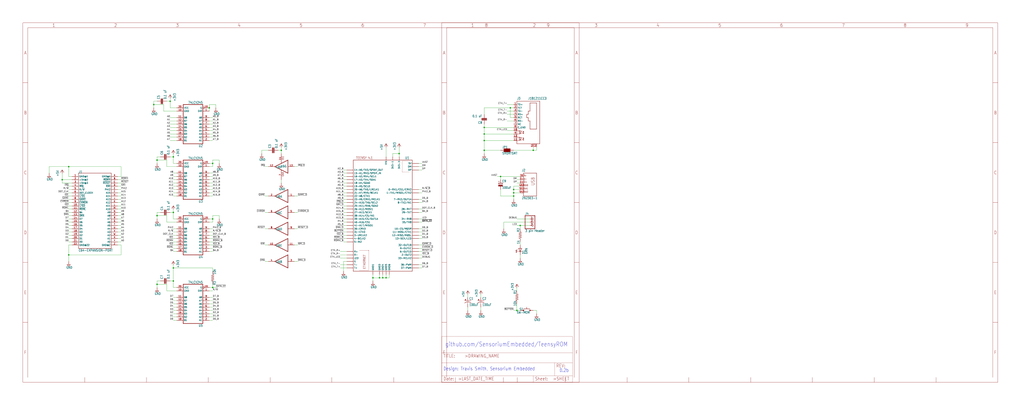
<source format=kicad_sch>
(kicad_sch (version 20211123) (generator eeschema)
  (paper "User" 795.02 317.906)
  (junction (at 218.44 116.84))
  (junction (at 134.62 165.1))
  (junction (at 398.78 152.4))
  (junction (at 297.18 215.9))
  (junction (at 165.1 127))
  (junction (at 289.56 215.9))
  (junction (at 309.88 119.38))
  (junction (at 121.92 124.46))
  (junction (at 375.92 99.06))
  (junction (at 134.62 208.28))
  (junction (at 403.86 175.26))
  (junction (at 48.26 139.7))
  (junction (at 121.92 167.64))
  (junction (at 121.92 220.98))
  (junction (at 132.08 78.74))
  (junction (at 388.62 137.16))
  (junction (at 375.92 109.22))
  (junction (at 134.62 218.44))
  (junction (at 134.62 121.92))
  (junction (at 398.78 149.86))
  (junction (at 401.32 241.3))
  (junction (at 162.56 83.82))
  (junction (at 396.24 83.82))
  (junction (at 165.1 170.18))
  (junction (at 119.38 81.28))
  (junction (at 299.72 215.9))
  (junction (at 414.02 116.84))
  (junction (at 375.92 116.84))
  (junction (at 53.34 129.54))
  (junction (at 398.78 147.32))
  (junction (at 165.1 223.52))
  (junction (at 294.64 215.9))
  (junction (at 375.92 104.14))
  (junction (at 53.34 198.12))
  (wire (pts (xy 134.62 127) (xy 134.62 121.92)))
  (wire (pts (xy 48.26 134.62) (xy 48.26 139.7)))
  (wire (pts (xy 129.54 172.72) (xy 129.54 167.64)))
  (wire (pts (xy 162.56 187.96) (xy 165.1 187.96)))
  (wire (pts (xy 162.56 139.7) (xy 165.1 139.7)))
  (wire (pts (xy 165.1 127) (xy 165.1 124.46)))
  (wire (pts (xy 162.56 193.04) (xy 165.1 193.04)))
  (wire (pts (xy 325.12 195.58) (xy 327.66 195.58)))
  (wire (pts (xy 137.16 193.04) (xy 134.62 193.04)))
  (wire (pts (xy 165.1 167.64) (xy 170.18 167.64)))
  (wire (pts (xy 294.64 213.36) (xy 294.64 215.9)))
  (wire (pts (xy 137.16 185.42) (xy 134.62 185.42)))
  (wire (pts (xy 398.78 86.36) (xy 393.7 86.36)))
  (wire (pts (xy 403.86 137.16) (xy 388.62 137.16)))
  (wire (pts (xy 55.88 182.88) (xy 53.34 182.88)))
  (wire (pts (xy 91.44 144.78) (xy 93.98 144.78)))
  (wire (pts (xy 162.56 223.52) (xy 165.1 223.52)))
  (wire (pts (xy 228.6 177.8) (xy 231.14 177.8)))
  (wire (pts (xy 398.78 93.98) (xy 393.7 93.98)))
  (wire (pts (xy 373.38 238.76) (xy 373.38 241.3)))
  (wire (pts (xy 162.56 248.92) (xy 165.1 248.92)))
  (wire (pts (xy 55.88 154.94) (xy 53.34 154.94)))
  (wire (pts (xy 91.44 154.94) (xy 93.98 154.94)))
  (wire (pts (xy 375.92 96.52) (xy 375.92 99.06)))
  (wire (pts (xy 91.44 182.88) (xy 93.98 182.88)))
  (wire (pts (xy 269.24 172.72) (xy 266.7 172.72)))
  (wire (pts (xy 403.86 200.66) (xy 403.86 198.12)))
  (wire (pts (xy 55.88 147.32) (xy 53.34 147.32)))
  (wire (pts (xy 403.86 190.5) (xy 403.86 187.96)))
  (wire (pts (xy 137.16 152.4) (xy 134.62 152.4)))
  (wire (pts (xy 325.12 177.8) (xy 327.66 177.8)))
  (wire (pts (xy 121.92 121.92) (xy 121.92 124.46)))
  (wire (pts (xy 208.28 190.5) (xy 205.74 190.5)))
  (wire (pts (xy 55.88 180.34) (xy 53.34 180.34)))
  (wire (pts (xy 121.92 167.64) (xy 121.92 170.18)))
  (wire (pts (xy 55.88 177.8) (xy 53.34 177.8)))
  (wire (pts (xy 299.72 121.92) (xy 299.72 114.3)))
  (wire (pts (xy 325.12 198.12) (xy 327.66 198.12)))
  (wire (pts (xy 403.86 149.86) (xy 398.78 149.86)))
  (wire (pts (xy 162.56 109.22) (xy 165.1 109.22)))
  (wire (pts (xy 289.56 215.9) (xy 289.56 213.36)))
  (wire (pts (xy 132.08 165.1) (xy 134.62 165.1)))
  (wire (pts (xy 416.56 241.3) (xy 414.02 241.3)))
  (wire (pts (xy 137.16 139.7) (xy 134.62 139.7)))
  (wire (pts (xy 170.18 124.46) (xy 170.18 127)))
  (wire (pts (xy 416.56 114.3) (xy 416.56 116.84)))
  (wire (pts (xy 55.88 185.42) (xy 53.34 185.42)))
  (wire (pts (xy 208.28 152.4) (xy 205.74 152.4)))
  (wire (pts (xy 269.24 180.34) (xy 266.7 180.34)))
  (wire (pts (xy 132.08 78.74) (xy 132.08 76.2)))
  (wire (pts (xy 137.16 170.18) (xy 134.62 170.18)))
  (wire (pts (xy 398.78 104.14) (xy 375.92 104.14)))
  (wire (pts (xy 325.12 132.08) (xy 327.66 132.08)))
  (wire (pts (xy 121.92 218.44) (xy 121.92 220.98)))
  (wire (pts (xy 162.56 182.88) (xy 165.1 182.88)))
  (wire (pts (xy 398.78 101.6) (xy 393.7 101.6)))
  (wire (pts (xy 403.86 175.26) (xy 401.32 175.26)))
  (wire (pts (xy 129.54 124.46) (xy 121.92 124.46)))
  (wire (pts (xy 127 86.36) (xy 127 81.28)))
  (wire (pts (xy 119.38 78.74) (xy 119.38 81.28)))
  (wire (pts (xy 129.54 226.06) (xy 129.54 220.98)))
  (wire (pts (xy 309.88 119.38) (xy 309.88 114.3)))
  (wire (pts (xy 269.24 154.94) (xy 266.7 154.94)))
  (wire (pts (xy 167.64 81.28) (xy 167.64 83.82)))
  (wire (pts (xy 53.34 203.2) (xy 53.34 198.12)))
  (wire (pts (xy 137.16 101.6) (xy 132.08 101.6)))
  (wire (pts (xy 165.1 208.28) (xy 134.62 208.28)))
  (wire (pts (xy 218.44 114.3) (xy 218.44 116.84)))
  (wire (pts (xy 93.98 198.12) (xy 53.34 198.12)))
  (wire (pts (xy 91.44 139.7) (xy 93.98 139.7)))
  (wire (pts (xy 162.56 104.14) (xy 165.1 104.14)))
  (wire (pts (xy 269.24 187.96) (xy 266.7 187.96)))
  (wire (pts (xy 137.16 236.22) (xy 134.62 236.22)))
  (wire (pts (xy 93.98 137.16) (xy 93.98 129.54)))
  (wire (pts (xy 132.08 218.44) (xy 134.62 218.44)))
  (wire (pts (xy 325.12 172.72) (xy 327.66 172.72)))
  (wire (pts (xy 269.24 139.7) (xy 266.7 139.7)))
  (wire (pts (xy 325.12 208.28) (xy 327.66 208.28)))
  (wire (pts (xy 302.26 213.36) (xy 302.26 215.9)))
  (wire (pts (xy 38.1 129.54) (xy 38.1 134.62)))
  (wire (pts (xy 137.16 243.84) (xy 134.62 243.84)))
  (wire (pts (xy 325.12 154.94) (xy 327.66 154.94)))
  (wire (pts (xy 269.24 137.16) (xy 266.7 137.16)))
  (wire (pts (xy 162.56 177.8) (xy 165.1 177.8)))
  (wire (pts (xy 411.48 170.18) (xy 401.32 170.18)))
  (wire (pts (xy 289.56 218.44) (xy 289.56 215.9)))
  (wire (pts (xy 269.24 160.02) (xy 266.7 160.02)))
  (wire (pts (xy 375.92 99.06) (xy 398.78 99.06)))
  (wire (pts (xy 91.44 137.16) (xy 93.98 137.16)))
  (wire (pts (xy 91.44 170.18) (xy 93.98 170.18)))
  (wire (pts (xy 162.56 243.84) (xy 165.1 243.84)))
  (wire (pts (xy 91.44 167.64) (xy 93.98 167.64)))
  (wire (pts (xy 375.92 83.82) (xy 375.92 88.9)))
  (wire (pts (xy 215.9 116.84) (xy 218.44 116.84)))
  (wire (pts (xy 162.56 106.68) (xy 165.1 106.68)))
  (wire (pts (xy 416.56 243.84) (xy 416.56 241.3)))
  (wire (pts (xy 121.92 220.98) (xy 121.92 223.52)))
  (wire (pts (xy 363.22 241.3) (xy 363.22 238.76)))
  (wire (pts (xy 137.16 248.92) (xy 134.62 248.92)))
  (wire (pts (xy 53.34 198.12) (xy 53.34 190.5)))
  (wire (pts (xy 398.78 152.4) (xy 398.78 149.86)))
  (wire (pts (xy 162.56 231.14) (xy 165.1 231.14)))
  (wire (pts (xy 162.56 134.62) (xy 165.1 134.62)))
  (wire (pts (xy 403.86 177.8) (xy 403.86 175.26)))
  (wire (pts (xy 134.62 165.1) (xy 134.62 162.56)))
  (wire (pts (xy 137.16 241.3) (xy 134.62 241.3)))
  (wire (pts (xy 269.24 205.74) (xy 264.16 205.74)))
  (wire (pts (xy 325.12 149.86) (xy 327.66 149.86)))
  (wire (pts (xy 162.56 86.36) (xy 162.56 83.82)))
  (wire (pts (xy 228.6 203.2) (xy 231.14 203.2)))
  (wire (pts (xy 124.46 165.1) (xy 121.92 165.1)))
  (wire (pts (xy 414.02 114.3) (xy 414.02 116.84)))
  (wire (pts (xy 129.54 220.98) (xy 121.92 220.98)))
  (wire (pts (xy 119.38 81.28) (xy 119.38 83.82)))
  (wire (pts (xy 137.16 104.14) (xy 132.08 104.14)))
  (wire (pts (xy 132.08 121.92) (xy 134.62 121.92)))
  (wire (pts (xy 137.16 187.96) (xy 134.62 187.96)))
  (wire (pts (xy 137.16 177.8) (xy 134.62 177.8)))
  (wire (pts (xy 121.92 124.46) (xy 121.92 127)))
  (wire (pts (xy 162.56 147.32) (xy 165.1 147.32)))
  (wire (pts (xy 91.44 185.42) (xy 93.98 185.42)))
  (wire (pts (xy 325.12 205.74) (xy 327.66 205.74)))
  (wire (pts (xy 208.28 177.8) (xy 205.74 177.8)))
  (wire (pts (xy 363.22 228.6) (xy 363.22 231.14)))
  (wire (pts (xy 137.16 231.14) (xy 134.62 231.14)))
  (wire (pts (xy 269.24 152.4) (xy 266.7 152.4)))
  (wire (pts (xy 55.88 162.56) (xy 53.34 162.56)))
  (wire (pts (xy 325.12 129.54) (xy 327.66 129.54)))
  (wire (pts (xy 299.72 213.36) (xy 299.72 215.9)))
  (wire (pts (xy 325.12 185.42) (xy 327.66 185.42)))
  (wire (pts (xy 388.62 152.4) (xy 398.78 152.4)))
  (wire (pts (xy 91.44 190.5) (xy 93.98 190.5)))
  (wire (pts (xy 137.16 172.72) (xy 129.54 172.72)))
  (wire (pts (xy 375.92 104.14) (xy 375.92 99.06)))
  (wire (pts (xy 266.7 210.82) (xy 266.7 203.2)))
  (wire (pts (xy 55.88 170.18) (xy 53.34 170.18)))
  (wire (pts (xy 137.16 195.58) (xy 134.62 195.58)))
  (wire (pts (xy 137.16 109.22) (xy 132.08 109.22)))
  (wire (pts (xy 162.56 236.22) (xy 165.1 236.22)))
  (wire (pts (xy 208.28 165.1) (xy 205.74 165.1)))
  (wire (pts (xy 165.1 172.72) (xy 165.1 170.18)))
  (wire (pts (xy 269.24 134.62) (xy 266.7 134.62)))
  (wire (pts (xy 327.66 170.18) (xy 325.12 170.18)))
  (wire (pts (xy 309.88 121.92) (xy 309.88 119.38)))
  (wire (pts (xy 129.54 167.64) (xy 121.92 167.64)))
  (wire (pts (xy 53.34 137.16) (xy 53.34 129.54)))
  (wire (pts (xy 93.98 190.5) (xy 93.98 198.12)))
  (wire (pts (xy 165.1 129.54) (xy 165.1 127)))
  (wire (pts (xy 398.78 147.32) (xy 398.78 144.78)))
  (wire (pts (xy 137.16 86.36) (xy 127 86.36)))
  (wire (pts (xy 203.2 116.84) (xy 203.2 119.38)))
  (wire (pts (xy 91.44 172.72) (xy 93.98 172.72)))
  (wire (pts (xy 55.88 144.78) (xy 53.34 144.78)))
  (wire (pts (xy 55.88 165.1) (xy 53.34 165.1)))
  (wire (pts (xy 269.24 198.12) (xy 264.16 198.12)))
  (wire (pts (xy 403.86 139.7) (xy 401.32 139.7)))
  (wire (pts (xy 137.16 223.52) (xy 134.62 223.52)))
  (wire (pts (xy 137.16 144.78) (xy 134.62 144.78)))
  (wire (pts (xy 55.88 157.48) (xy 53.34 157.48)))
  (wire (pts (xy 91.44 165.1) (xy 93.98 165.1)))
  (wire (pts (xy 228.6 190.5) (xy 231.14 190.5)))
  (wire (pts (xy 91.44 149.86) (xy 93.98 149.86)))
  (wire (pts (xy 396.24 91.44) (xy 396.24 83.82)))
  (wire (pts (xy 55.88 139.7) (xy 48.26 139.7)))
  (wire (pts (xy 325.12 157.48) (xy 327.66 157.48)))
  (wire (pts (xy 91.44 187.96) (xy 93.98 187.96)))
  (wire (pts (xy 269.24 175.26) (xy 266.7 175.26)))
  (wire (pts (xy 266.7 203.2) (xy 269.24 203.2)))
  (wire (pts (xy 398.78 81.28) (xy 393.7 81.28)))
  (wire (pts (xy 137.16 93.98) (xy 132.08 93.98)))
  (wire (pts (xy 132.08 83.82) (xy 132.08 78.74)))
  (wire (pts (xy 162.56 246.38) (xy 165.1 246.38)))
  (wire (pts (xy 375.92 119.38) (xy 375.92 116.84)))
  (wire (pts (xy 91.44 175.26) (xy 93.98 175.26)))
  (wire (pts (xy 91.44 157.48) (xy 93.98 157.48)))
  (wire (pts (xy 403.86 241.3) (xy 401.32 241.3)))
  (wire (pts (xy 165.1 210.82) (xy 165.1 208.28)))
  (wire (pts (xy 228.6 152.4) (xy 231.14 152.4)))
  (wire (pts (xy 416.56 116.84) (xy 414.02 116.84)))
  (wire (pts (xy 401.32 236.22) (xy 401.32 241.3)))
  (wire (pts (xy 121.92 165.1) (xy 121.92 167.64)))
  (wire (pts (xy 53.34 129.54) (xy 38.1 129.54)))
  (wire (pts (xy 398.78 91.44) (xy 396.24 91.44)))
  (wire (pts (xy 162.56 180.34) (xy 165.1 180.34)))
  (wire (pts (xy 269.24 149.86) (xy 266.7 149.86)))
  (wire (pts (xy 162.56 93.98) (xy 165.1 93.98)))
  (wire (pts (xy 137.16 142.24) (xy 134.62 142.24)))
  (wire (pts (xy 398.78 154.94) (xy 398.78 152.4)))
  (wire (pts (xy 48.26 139.7) (xy 48.26 142.24)))
  (wire (pts (xy 325.12 162.56) (xy 327.66 162.56)))
  (wire (pts (xy 269.24 142.24) (xy 266.7 142.24)))
  (wire (pts (xy 137.16 127) (xy 134.62 127)))
  (wire (pts (xy 391.16 177.8) (xy 391.16 172.72)))
  (wire (pts (xy 309.88 119.38) (xy 304.8 119.38)))
  (wire (pts (xy 325.12 193.04) (xy 327.66 193.04)))
  (wire (pts (xy 162.56 101.6) (xy 165.1 101.6)))
  (wire (pts (xy 137.16 149.86) (xy 134.62 149.86)))
  (wire (pts (xy 129.54 129.54) (xy 129.54 124.46)))
  (wire (pts (xy 269.24 182.88) (xy 266.7 182.88)))
  (wire (pts (xy 137.16 99.06) (xy 132.08 99.06)))
  (wire (pts (xy 134.62 208.28) (xy 134.62 205.74)))
  (wire (pts (xy 162.56 170.18) (xy 165.1 170.18)))
  (wire (pts (xy 269.24 185.42) (xy 266.7 185.42)))
  (wire (pts (xy 55.88 160.02) (xy 53.34 160.02)))
  (wire (pts (xy 55.88 187.96) (xy 53.34 187.96)))
  (wire (pts (xy 137.16 180.34) (xy 134.62 180.34)))
  (wire (pts (xy 162.56 129.54) (xy 165.1 129.54)))
  (wire (pts (xy 375.92 109.22) (xy 375.92 104.14)))
  (wire (pts (xy 124.46 218.44) (xy 121.92 218.44)))
  (wire (pts (xy 269.24 147.32) (xy 266.7 147.32)))
  (wire (pts (xy 269.24 195.58) (xy 264.16 195.58)))
  (wire (pts (xy 162.56 233.68) (xy 165.1 233.68)))
  (wire (pts (xy 218.44 142.24) (xy 218.44 139.7)))
  (wire (pts (xy 269.24 177.8) (xy 266.7 177.8)))
  (wire (pts (xy 162.56 241.3) (xy 165.1 241.3)))
  (wire (pts (xy 121.92 78.74) (xy 119.38 78.74)))
  (wire (pts (xy 134.62 218.44) (xy 134.62 208.28)))
  (wire (pts (xy 137.16 129.54) (xy 129.54 129.54)))
  (wire (pts (xy 162.56 185.42) (xy 165.1 185.42)))
  (wire (pts (xy 398.78 149.86) (xy 398.78 147.32)))
  (wire (pts (xy 388.62 147.32) (xy 388.62 152.4)))
  (wire (pts (xy 218.44 119.38) (xy 218.44 116.84)))
  (wire (pts (xy 398.78 109.22) (xy 375.92 109.22)))
  (wire (pts (xy 208.28 203.2) (xy 205.74 203.2)))
  (wire (pts (xy 403.86 144.78) (xy 398.78 144.78)))
  (wire (pts (xy 294.64 215.9) (xy 289.56 215.9)))
  (wire (pts (xy 269.24 170.18) (xy 266.7 170.18)))
  (wire (pts (xy 388.62 137.16) (xy 386.08 137.16)))
  (wire (pts (xy 269.24 132.08) (xy 266.7 132.08)))
  (wire (pts (xy 162.56 152.4) (xy 165.1 152.4)))
  (wire (pts (xy 228.6 129.54) (xy 231.14 129.54)))
  (wire (pts (xy 91.44 180.34) (xy 93.98 180.34)))
  (wire (pts (xy 91.44 142.24) (xy 93.98 142.24)))
  (wire (pts (xy 91.44 177.8) (xy 93.98 177.8)))
  (wire (pts (xy 325.12 190.5) (xy 327.66 190.5)))
  (wire (pts (xy 269.24 157.48) (xy 266.7 157.48)))
  (wire (pts (xy 137.16 134.62) (xy 134.62 134.62)))
  (wire (pts (xy 137.16 190.5) (xy 134.62 190.5)))
  (wire (pts (xy 162.56 195.58) (xy 165.1 195.58)))
  (wire (pts (xy 127 81.28) (xy 119.38 81.28)))
  (wire (pts (xy 269.24 200.66) (xy 264.16 200.66)))
  (wire (pts (xy 373.38 228.6) (xy 373.38 231.14)))
  (wire (pts (xy 391.16 172.72) (xy 411.48 172.72)))
  (wire (pts (xy 269.24 167.64) (xy 266.7 167.64)))
  (wire (pts (xy 165.1 170.18) (xy 165.1 167.64)))
  (wire (pts (xy 396.24 83.82) (xy 375.92 83.82)))
  (wire (pts (xy 137.16 106.68) (xy 132.08 106.68)))
  (wire (pts (xy 401.32 223.52) (xy 401.32 226.06)))
  (wire (pts (xy 55.88 137.16) (xy 53.34 137.16)))
  (wire (pts (xy 162.56 190.5) (xy 165.1 190.5)))
  (wire (pts (xy 129.54 78.74) (xy 132.08 78.74)))
  (wire (pts (xy 48.26 142.24) (xy 55.88 142.24)))
  (wire (pts (xy 208.28 116.84) (xy 203.2 116.84)))
  (wire (pts (xy 165.1 223.52) (xy 165.1 220.98)))
  (wire (pts (xy 162.56 83.82) (xy 162.56 81.28)))
  (wire (pts (xy 91.44 147.32) (xy 93.98 147.32)))
  (wire (pts (xy 269.24 162.56) (xy 266.7 162.56)))
  (wire (pts (xy 398.78 88.9) (xy 393.7 88.9)))
  (wire (pts (xy 55.88 175.26) (xy 53.34 175.26)))
  (wire (pts (xy 297.18 213.36) (xy 297.18 215.9)))
  (wire (pts (xy 91.44 160.02) (xy 93.98 160.02)))
  (wire (pts (xy 403.86 142.24) (xy 401.32 142.24)))
  (wire (pts (xy 401.32 241.3) (xy 398.78 241.3)))
  (wire (pts (xy 91.44 162.56) (xy 93.98 162.56)))
  (wire (pts (xy 170.18 167.64) (xy 170.18 170.18)))
  (wire (pts (xy 304.8 121.92) (xy 304.8 119.38)))
  (wire (pts (xy 137.16 96.52) (xy 132.08 96.52)))
  (wire (pts (xy 375.92 116.84) (xy 375.92 109.22)))
  (wire (pts (xy 134.62 121.92) (xy 134.62 119.38)))
  (wire (pts (xy 228.6 165.1) (xy 231.14 165.1)))
  (wire (pts (xy 414.02 116.84) (xy 398.78 116.84)))
  (wire (pts (xy 165.1 223.52) (xy 167.64 223.52)))
  (wire (pts (xy 325.12 127) (xy 327.66 127)))
  (wire (pts (xy 269.24 165.1) (xy 266.7 165.1)))
  (wire (pts (xy 55.88 167.64) (xy 53.34 167.64)))
  (wire (pts (xy 165.1 124.46) (xy 170.18 124.46)))
  (wire (pts (xy 388.62 116.84) (xy 375.92 116.84)))
  (wire (pts (xy 162.56 149.86) (xy 165.1 149.86)))
  (wire (pts (xy 403.86 175.26) (xy 411.48 175.26)))
  (wire (pts (xy 53.34 190.5) (xy 55.88 190.5)))
  (wire (pts (xy 162.56 172.72) (xy 165.1 172.72)))
  (wire (pts (xy 162.56 81.28) (xy 167.64 81.28)))
  (wire (pts (xy 55.88 149.86) (xy 53.34 149.86)))
  (wire (pts (xy 302.26 215.9) (xy 299.72 215.9)))
  (wire (pts (xy 137.16 147.32) (xy 134.62 147.32)))
  (wire (pts (xy 55.88 152.4) (xy 53.34 152.4)))
  (wire (pts (xy 137.16 233.68) (xy 134.62 233.68)))
  (wire (pts (xy 325.12 182.88) (xy 327.66 182.88)))
  (wire (pts (xy 388.62 139.7) (xy 388.62 137.16)))
  (wire (pts (xy 93.98 129.54) (xy 53.34 129.54)))
  (wire (pts (xy 325.12 147.32) (xy 327.66 147.32)))
  (wire (pts (xy 162.56 137.16) (xy 165.1 137.16)))
  (wire (pts (xy 325.12 200.66) (xy 327.66 200.66)))
  (wire (pts (xy 162.56 238.76) (xy 165.1 238.76)))
  (wire (pts (xy 297.18 215.9) (xy 294.64 215.9)))
  (wire (pts (xy 162.56 96.52) (xy 165.1 96.52)))
  (wire (pts (xy 137.16 83.82) (xy 132.08 83.82)))
  (wire (pts (xy 269.24 144.78) (xy 266.7 144.78)))
  (wire (pts (xy 162.56 127) (xy 165.1 127)))
  (wire (pts (xy 162.56 226.06) (xy 165.1 226.06)))
  (wire (pts (xy 325.12 180.34) (xy 327.66 180.34)))
  (wire (pts (xy 208.28 129.54) (xy 205.74 129.54)))
  (wire (pts (xy 162.56 99.06) (xy 165.1 99.06)))
  (wire (pts (xy 55.88 172.72) (xy 53.34 172.72)))
  (wire (pts (xy 124.46 121.92) (xy 121.92 121.92)))
  (wire (pts (xy 325.12 165.1) (xy 327.66 165.1)))
  (wire (pts (xy 137.16 238.76) (xy 134.62 238.76)))
  (wire (pts (xy 269.24 208.28) (xy 264.16 208.28)))
  (wire (pts (xy 137.16 182.88) (xy 134.62 182.88)))
  (wire (pts (xy 91.44 152.4) (xy 93.98 152.4)))
  (wire (pts (xy 137.16 91.44) (xy 132.08 91.44)))
  (wire (pts (xy 137.16 246.38) (xy 134.62 246.38)))
  (wire (pts (xy 137.16 226.06) (xy 129.54 226.06)))
  (wire (pts (xy 134.62 170.18) (xy 134.62 165.1)))
  (wire (pts (xy 396.24 83.82) (xy 398.78 83.82)))
  (wire (pts (xy 134.62 223.52) (xy 134.62 218.44)))
  (wire (pts (xy 162.56 91.44) (xy 165.1 91.44)))
  (wire (pts (xy 403.86 147.32) (xy 398.78 147.32)))
  (wire (pts (xy 137.16 137.16) (xy 134.62 137.16)))
  (wire (pts (xy 162.56 142.24) (xy 165.1 142.24)))
  (wire (pts (xy 299.72 215.9) (xy 297.18 215.9)))
  (wire (pts (xy 162.56 144.78) (xy 165.1 144.78)))
  (text "github.com/SensoriumEmbedded/TeensyROM" (at 345.694 269.748 180) (effects (font (size 3.302 2.8067)) (justify left bottom)))
  (text "0.2b" (at 434.34 289.56 180) (effects (font (size 2.54 2.159)) (justify left bottom)))
  (text "Design: Travis Smith, Sensorium Embedded" (at 344.17 288.29 180) (effects (font (size 2.54 2.159)) (justify left bottom)))
  (label "~{IO1_B}" (at 165.1 185.42 0) (effects (font (size 1.2446 1.2446))))
  (label "~{ROMH}" (at 93.98 139.7 0) (effects (font (size 1.2446 1.2446))))
  (label "~{IO2_B}" (at 266.7 182.88 180) (effects (font (size 1.2446 1.2446))))
  (label "A10" (at 93.98 162.56 0) (effects (font (size 1.2446 1.2446))))
  (label "D1_B" (at 327.66 182.88 0) (effects (font (size 1.2446 1.2446))))
  (label "A0" (at 132.08 91.44 180) (effects (font (size 1.2446 1.2446))))
  (label "~{NMI_O}" (at 231.14 190.5 0) (effects (font (size 1.2446 1.2446))))
  (label "~{RESET_O}" (at 327.66 195.58 0) (effects (font (size 1.2446 1.2446))))
  (label "D4_B" (at 165.1 238.76 0) (effects (font (size 1.2446 1.2446))))
  (label "D7_B" (at 165.1 231.14 0) (effects (font (size 1.2446 1.2446))))
  (label "A2" (at 93.98 182.88 0) (effects (font (size 1.2446 1.2446))))
  (label "ETH_R+" (at 264.16 195.58 180) (effects (font (size 1.2446 1.2446))))
  (label "A9_B" (at 266.7 154.94 180) (effects (font (size 1.2446 1.2446))))
  (label "D3" (at 134.62 241.3 180) (effects (font (size 1.2446 1.2446))))
  (label "D0" (at 53.34 187.96 180) (effects (font (size 1.2446 1.2446))))
  (label "DEBUG" (at 401.32 170.18 180) (effects (font (size 1.2446 1.2446))))
  (label "D2_B" (at 165.1 243.84 0) (effects (font (size 1.2446 1.2446))))
  (label "ETH_T-" (at 264.16 205.74 180) (effects (font (size 1.2446 1.2446))))
  (label "D6_B" (at 327.66 205.74 0) (effects (font (size 1.2446 1.2446))))
  (label "ETH_LED" (at 393.7 101.6 180) (effects (font (size 1.2446 1.2446))))
  (label "A0_B" (at 266.7 144.78 180) (effects (font (size 1.2446 1.2446))))
  (label "R/~{W_B}" (at 327.66 147.32 0) (effects (font (size 1.2446 1.2446))))
  (label "LED" (at 401.32 175.26 180) (effects (font (size 1.2446 1.2446))))
  (label "D5" (at 53.34 175.26 180) (effects (font (size 1.2446 1.2446))))
  (label "R/~{W}" (at 134.62 180.34 180) (effects (font (size 1.2446 1.2446))))
  (label "~{IRQ_O}" (at 231.14 129.54 0) (effects (font (size 1.2446 1.2446))))
  (label "D0_B" (at 165.1 248.92 0) (effects (font (size 1.2446 1.2446))))
  (label "PHI2" (at 93.98 147.32 0) (effects (font (size 1.2446 1.2446))))
  (label "ETH_R+" (at 393.7 88.9 180) (effects (font (size 1.2446 1.2446))))
  (label "A10" (at 134.62 139.7 180) (effects (font (size 1.2446 1.2446))))
  (label "A13" (at 93.98 154.94 0) (effects (font (size 1.2446 1.2446))))
  (label "R/~{W_B}" (at 165.1 180.34 0) (effects (font (size 1.2446 1.2446))))
  (label "~{ROMH_B}" (at 165.1 187.96 0) (effects (font (size 1.2446 1.2446))))
  (label "D2_B" (at 327.66 180.34 0) (effects (font (size 1.2446 1.2446))))
  (label "~{NMI}" (at 93.98 144.78 0) (effects (font (size 1.2446 1.2446))))
  (label "D0" (at 134.62 248.92 180) (effects (font (size 1.2446 1.2446))))
  (label "A3_B" (at 165.1 99.06 0) (effects (font (size 1.2446 1.2446))))
  (label "~{IRQ}" (at 205.74 129.54 180) (effects (font (size 1.2446 1.2446))))
  (label "A7_B" (at 165.1 109.22 0) (effects (font (size 1.2446 1.2446))))
  (label "DM" (at 401.32 139.7 180) (effects (font (size 1.2446 1.2446))))
  (label "VHST" (at 327.66 127 0) (effects (font (size 1.2446 1.2446))))
  (label "~{GAME_O}" (at 327.66 190.5 0) (effects (font (size 1.2446 1.2446))))
  (label "A12_B" (at 266.7 167.64 180) (effects (font (size 1.2446 1.2446))))
  (label "A0" (at 93.98 187.96 0) (effects (font (size 1.2446 1.2446))))
  (label "D4_B" (at 327.66 157.48 0) (effects (font (size 1.2446 1.2446))))
  (label "A15_B" (at 165.1 152.4 0) (effects (font (size 1.2446 1.2446))))
  (label "~{GAME}" (at 205.74 152.4 180) (effects (font (size 1.2446 1.2446))))
  (label "BA_B" (at 327.66 165.1 0) (effects (font (size 1.2446 1.2446))))
  (label "BA" (at 134.62 195.58 180) (effects (font (size 1.2446 1.2446))))
  (label "D3" (at 53.34 180.34 180) (effects (font (size 1.2446 1.2446))))
  (label "~{BUTTON}" (at 266.7 180.34 180) (effects (font (size 1.2446 1.2446))))
  (label "DM" (at 327.66 129.54 0) (effects (font (size 1.2446 1.2446))))
  (label "~{ROML}" (at 134.62 193.04 180) (effects (font (size 1.2446 1.2446))))
  (label "D6" (at 53.34 172.72 180) (effects (font (size 1.2446 1.2446))))
  (label "A6" (at 93.98 172.72 0) (effects (font (size 1.2446 1.2446))))
  (label "D2" (at 53.34 182.88 180) (effects (font (size 1.2446 1.2446))))
  (label "A4" (at 93.98 177.8 0) (effects (font (size 1.2446 1.2446))))
  (label "~{IO1_B}" (at 327.66 198.12 0) (effects (font (size 1.2446 1.2446))))
  (label "D3_B" (at 327.66 185.42 0) (effects (font (size 1.2446 1.2446))))
  (label "ETH_T+" (at 393.7 81.28 180) (effects (font (size 1.2446 1.2446))))
  (label "DP" (at 327.66 132.08 0) (effects (font (size 1.2446 1.2446))))
  (label "A14" (at 93.98 152.4 0) (effects (font (size 1.2446 1.2446))))
  (label "DOT_CLK" (at 134.62 182.88 180) (effects (font (size 1.2446 1.2446))))
  (label "DOT_CLK_B" (at 165.1 182.88 0) (effects (font (size 1.2446 1.2446))))
  (label "A6_B" (at 165.1 106.68 0) (effects (font (size 1.2446 1.2446))))
  (label "~{EXROM_O}" (at 327.66 193.04 0) (effects (font (size 1.2446 1.2446))))
  (label "A14_B" (at 266.7 162.56 180) (effects (font (size 1.2446 1.2446))))
  (label "A13_B" (at 266.7 170.18 180) (effects (font (size 1.2446 1.2446))))
  (label "A4_B" (at 266.7 172.72 180) (effects (font (size 1.2446 1.2446))))
  (label "A1" (at 93.98 185.42 0) (effects (font (size 1.2446 1.2446))))
  (label "~{ROML_B}" (at 165.1 193.04 0) (effects (font (size 1.2446 1.2446))))
  (label "~{EXROM}" (at 53.34 157.48 180) (effects (font (size 1.2446 1.2446))))
  (label "D1" (at 53.34 185.42 180) (effects (font (size 1.2446 1.2446))))
  (label "A12_B" (at 165.1 144.78 0) (effects (font (size 1.2446 1.2446))))
  (label "D7" (at 53.34 170.18 180) (effects (font (size 1.2446 1.2446))))
  (label "D4" (at 53.34 177.8 180) (effects (font (size 1.2446 1.2446))))
  (label "A0_B" (at 165.1 91.44 0) (effects (font (size 1.2446 1.2446))))
  (label "A1_B" (at 266.7 142.24 180) (effects (font (size 1.2446 1.2446))))
  (label "A7" (at 132.08 109.22 180) (effects (font (size 1.2446 1.2446))))
  (label "A5_B" (at 165.1 104.14 0) (effects (font (size 1.2446 1.2446))))
  (label "DP" (at 401.32 142.24 180) (effects (font (size 1.2446 1.2446))))
  (label "A8" (at 134.62 134.62 180) (effects (font (size 1.2446 1.2446))))
  (label "A7" (at 93.98 170.18 0) (effects (font (size 1.2446 1.2446))))
  (label "~{IRQ}" (at 53.34 144.78 180) (effects (font (size 1.2446 1.2446))))
  (label "~{DATA_CE}" (at 167.64 223.52 0) (effects (font (size 1.2446 1.2446))))
  (label "D7" (at 134.62 231.14 180) (effects (font (size 1.2446 1.2446))))
  (label "D3_B" (at 165.1 241.3 0) (effects (font (size 1.2446 1.2446))))
  (label "A3" (at 93.98 180.34 0) (effects (font (size 1.2446 1.2446))))
  (label "~{EXROM_O}" (at 231.14 165.1 0) (effects (font (size 1.2446 1.2446))))
  (label "A4_B" (at 165.1 101.6 0) (effects (font (size 1.2446 1.2446))))
  (label "~{ROMH_B}" (at 266.7 187.96 180) (effects (font (size 1.2446 1.2446))))
  (label "BA" (at 53.34 165.1 180) (effects (font (size 1.2446 1.2446))))
  (label "~{DATA_CE}" (at 327.66 172.72 0) (effects (font (size 1.2446 1.2446))))
  (label "A7_B" (at 266.7 137.16 180) (effects (font (size 1.2446 1.2446))))
  (label "A6" (at 132.08 106.68 180) (effects (font (size 1.2446 1.2446))))
  (label "A6_B" (at 266.7 139.7 180) (effects (font (size 1.2446 1.2446))))
  (label "~{DMA}" (at 205.74 203.2 180) (effects (font (size 1.2446 1.2446))))
  (label "~{DATA_CE}" (at 327.66 172.72 0) (effects (font (size 1.2446 1.2446))))
  (label "A2_B" (at 165.1 96.52 0) (effects (font (size 1.2446 1.2446))))
  (label "A9" (at 93.98 165.1 0) (effects (font (size 1.2446 1.2446))))
  (label "A14_B" (at 165.1 149.86 0) (effects (font (size 1.2446 1.2446))))
  (label "A14" (at 134.62 149.86 180) (effects (font (size 1.2446 1.2446))))
  (label "A10_B" (at 266.7 147.32 180) (effects (font (size 1.2446 1.2446))))
  (label "~{ROMH}" (at 134.62 187.96 180) (effects (font (size 1.2446 1.2446))))
  (label "A11" (at 93.98 160.02 0) (effects (font (size 1.2446 1.2446))))
  (label "~{IRQ_O}" (at 266.7 157.48 180) (effects (font (size 1.2446 1.2446))))
  (label "A2_B" (at 266.7 132.08 180) (effects (font (size 1.2446 1.2446))))
  (label "ETH_R-" (at 393.7 93.98 180) (effects (font (size 1.2446 1.2446))))
  (label "D6_B" (at 165.1 233.68 0) (effects (font (size 1.2446 1.2446))))
  (label "A3_B" (at 266.7 134.62 180) (effects (font (size 1.2446 1.2446))))
  (label "A15" (at 93.98 149.86 0) (effects (font (size 1.2446 1.2446))))
  (label "ETH_LED" (at 264.16 200.66 180) (effects (font (size 1.2446 1.2446))))
  (label "A11_B" (at 165.1 142.24 0) (effects (font (size 1.2446 1.2446))))
  (label "A8_B" (at 266.7 152.4 180) (effects (font (size 1.2446 1.2446))))
  (label "DOT_CLK" (at 53.34 149.86 180) (effects (font (size 1.2446 1.2446))))
  (label "PHI2_B" (at 327.66 149.86 0) (effects (font (size 1.2446 1.2446))))
  (label "A12" (at 93.98 157.48 0) (effects (font (size 1.2446 1.2446))))
  (label "ETH_T-" (at 393.7 86.36 180) (effects (font (size 1.2446 1.2446))))
  (label "PHI2_B" (at 165.1 177.8 0) (effects (font (size 1.2446 1.2446))))
  (label "~{GAME}" (at 53.34 154.94 180) (effects (font (size 1.2446 1.2446))))
  (label "A13_B" (at 165.1 147.32 0) (effects (font (size 1.2446 1.2446))))
  (label "LED" (at 327.66 170.18 0) (effects (font (size 1.2446 1.2446))))
  (label "VHST" (at 386.08 137.16 180) (effects (font (size 1.2446 1.2446))))
  (label "A11_B" (at 266.7 149.86 180) (effects (font (size 1.2446 1.2446))))
  (label "ETH_R-" (at 264.16 198.12 180) (effects (font (size 1.2446 1.2446))))
  (label "R/~{W}" (at 165.1 226.06 0) (effects (font (size 1.2446 1.2446))))
  (label "~{NMI_O}" (at 266.7 160.02 180) (effects (font (size 1.2446 1.2446))))
  (label "~{IO2}" (at 53.34 160.02 180) (effects (font (size 1.2446 1.2446))))
  (label "~{IO2}" (at 134.62 190.5 180) (effects (font (size 1.2446 1.2446))))
  (label "A4" (at 132.08 101.6 180) (effects (font (size 1.2446 1.2446))))
  (label "A13" (at 134.62 147.32 180) (effects (font (size 1.2446 1.2446))))
  (label "D2" (at 134.62 243.84 180) (effects (font (size 1.2446 1.2446))))
  (label "~{IO2_B}" (at 165.1 190.5 0) (effects (font (size 1.2446 1.2446))))
  (label "D4" (at 134.62 238.76 180) (effects (font (size 1.2446 1.2446))))
  (label "A5" (at 93.98 175.26 0) (effects (font (size 1.2446 1.2446))))
  (label "D7_B" (at 327.66 208.28 0) (effects (font (size 1.2446 1.2446))))
  (label "A15_B" (at 266.7 165.1 180) (effects (font (size 1.2446 1.2446))))
  (label "D1_B" (at 165.1 246.38 0) (effects (font (size 1.2446 1.2446))))
  (label "A12" (at 134.62 144.78 180) (effects (font (size 1.2446 1.2446))))
  (label "~{DMA_O}" (at 266.7 177.8 180) (effects (font (size 1.2446 1.2446))))
  (label "A1_B" (at 165.1 93.98 0) (effects (font (size 1.2446 1.2446))))
  (label "A5_B" (at 266.7 175.26 180) (effects (font (size 1.2446 1.2446))))
  (label "A3" (at 132.08 99.06 180) (effects (font (size 1.2446 1.2446))))
  (label "PHI2" (at 134.62 177.8 180) (effects (font (size 1.2446 1.2446))))
  (label "D6" (at 134.62 233.68 180) (effects (font (size 1.2446 1.2446))))
  (label "~{IO1}" (at 134.62 185.42 180) (effects (font (size 1.2446 1.2446))))
  (label "~{IO1}" (at 53.34 152.4 180) (effects (font (size 1.2446 1.2446))))
  (label "DEBUG" (at 327.66 200.66 0) (effects (font (size 1.2446 1.2446))))
  (label "A9" (at 134.62 137.16 180) (effects (font (size 1.2446 1.2446))))
  (label "~{GAME_O}" (at 231.14 152.4 0) (effects (font (size 1.2446 1.2446))))
  (label "~{DMA_O}" (at 231.14 203.2 0) (effects (font (size 1.2446 1.2446))))
  (label "A5" (at 132.08 104.14 180) (effects (font (size 1.2446 1.2446))))
  (label "DOT_CLK_B" (at 327.66 162.56 0) (effects (font (size 1.2446 1.2446))))
  (label "A8" (at 93.98 167.64 0) (effects (font (size 1.2446 1.2446))))
  (label "A15" (at 134.62 152.4 180) (effects (font (size 1.2446 1.2446))))
  (label "~{ROML_B}" (at 266.7 185.42 180) (effects (font (size 1.2446 1.2446))))
  (label "D0_B" (at 327.66 177.8 0) (effects (font (size 1.2446 1.2446))))
  (label "~{RESET_O}" (at 231.14 177.8 0) (effects (font (size 1.2446 1.2446))))
  (label "D5" (at 134.62 236.22 180) (effects (font (size 1.2446 1.2446))))
  (label "~{NMI}" (at 205.74 190.5 180) (effects (font (size 1.2446 1.2446))))
  (label "~{RESET}" (at 93.98 142.24 0) (effects (font (size 1.2446 1.2446))))
  (label "BA_B" (at 165.1 195.58 0) (effects (font (size 1.2446 1.2446))))
  (label "A8_B" (at 165.1 134.62 0) (effects (font (size 1.2446 1.2446))))
  (label "D1" (at 134.62 246.38 180) (effects (font (size 1.2446 1.2446))))
  (label "A2" (at 132.08 96.52 180) (effects (font (size 1.2446 1.2446))))
  (label "R/~{W}" (at 53.34 147.32 180) (effects (font (size 1.2446 1.2446))))
  (label "A9_B" (at 165.1 137.16 0) (effects (font (size 1.2446 1.2446))))
  (label "~{RESET}" (at 205.74 177.8 180) (effects (font (size 1.2446 1.2446))))
  (label "ETH_T+" (at 264.16 208.28 180) (effects (font (size 1.2446 1.2446))))
  (label "D5_B" (at 327.66 154.94 0) (effects (font (size 1.2446 1.2446))))
  (label "~{ROML}" (at 53.34 162.56 180) (effects (font (size 1.2446 1.2446))))
  (label "A10_B" (at 165.1 139.7 0) (effects (font (size 1.2446 1.2446))))
  (label "A1" (at 132.08 93.98 180) (effects (font (size 1.2446 1.2446))))
  (label "A11" (at 134.62 142.24 180) (effects (font (size 1.2446 1.2446))))
  (label "~{EXROM}" (at 205.74 165.1 180) (effects (font (size 1.2446 1.2446))))
  (label "~{DMA}" (at 53.34 167.64 180) (effects (font (size 1.2446 1.2446))))
  (label "D5_B" (at 165.1 236.22 0) (effects (font (size 1.2446 1.2446))))
  (label "~{BUTTON}" (at 398.78 241.3 180) (effects (font (size 1.2446 1.2446))))
  (symbol (lib_id "TeensyROM-eagle-import:GND") (at 121.92 226.06 0) (unit 1)
    (property "Reference" "#SUPPLY12" (effects hide))
    (property "Value" "GND" (at 120.015 229.235 0) (effects (font (size 1.778 1.5113)) (justify left bottom)))
    (property "Footprint" "TeensyROM:" (effects hide))
  )
  (symbol (lib_id "TeensyROM-eagle-import:GND") (at 416.56 246.38 0) (unit 1)
    (property "Reference" "#SUPPLY13" (effects hide))
    (property "Value" "GND" (at 414.655 249.555 0) (effects (font (size 1.778 1.5113)) (justify left bottom)))
    (property "Footprint" "TeensyROM:" (effects hide))
  )
  (symbol (lib_id "TeensyROM-eagle-import:7407D") (at 218.44 190.5 180) (unit 5)
    (property "Reference" "U6" (at 219.075 189.865 0) (effects (font (size 1.778 1.5113)) (justify left bottom)))
    (property "Value" "74LVC07" (effects hide))
    (property "Footprint" "TeensyROM:SO14" (effects hide))
  )
  (symbol (lib_id "TeensyROM-eagle-import:R-US_R0805") (at 165.1 215.9 270) (unit 1)
    (property "Reference" "R3" (at 165.5826 218.44 0) (effects (font (size 1.778 1.5113)) (justify left bottom)))
    (property "Value" "10k" (at 165.608 209.042 0) (effects (font (size 1.778 1.5113)) (justify left bottom)))
    (property "Footprint" "TeensyROM:R0805" (effects hide))
  )
  (symbol (lib_id "TeensyROM-eagle-import:+3V3") (at 134.62 160.02 0) (mirror y) (unit 1)
    (property "Reference" "#+3V3" (effects hide))
    (property "Value" "+3V3" (at 137.16 165.1 90) (effects (font (size 1.778 1.5113)) (justify left bottom)))
    (property "Footprint" "TeensyROM:" (effects hide))
  )
  (symbol (lib_id "TeensyROM-eagle-import:GND") (at 170.18 172.72 0) (unit 1)
    (property "Reference" "#SUPPLY4" (effects hide))
    (property "Value" "GND" (at 168.275 175.895 0) (effects (font (size 1.778 1.5113)) (justify left bottom)))
    (property "Footprint" "TeensyROM:" (effects hide))
  )
  (symbol (lib_id "TeensyROM-eagle-import:FRAME_B_L") (at 342.9 297.18 0) (unit 2)
    (property "Reference" "#FRAME1" (effects hide))
    (property "Value" "11x17_Frame" (effects hide))
    (property "Footprint" "TeensyROM:" (effects hide))
  )
  (symbol (lib_id "TeensyROM-eagle-import:SWITCH-MOMENTARY-2PTH") (at 408.94 241.3 0) (mirror y) (unit 1)
    (property "Reference" "S1" (at 406.4 241.3 0) (effects (font (size 1.778 1.5113)) (justify left bottom)))
    (property "Value" "SW-MOM" (at 411.48 243.84 0) (effects (font (size 1.778 1.5113)) (justify left bottom)))
    (property "Footprint" "TeensyROM:TACTILE-PTH" (effects hide))
  )
  (symbol (lib_id "TeensyROM-eagle-import:R-US_R0805") (at 401.32 231.14 90) (unit 1)
    (property "Reference" "R1" (at 400.8374 228.6 0) (effects (font (size 1.778 1.5113)) (justify left bottom)))
    (property "Value" "10k" (at 400.812 237.998 0) (effects (font (size 1.778 1.5113)) (justify left bottom)))
    (property "Footprint" "TeensyROM:R0805" (effects hide))
  )
  (symbol (lib_id "TeensyROM-eagle-import:+3V3") (at 134.62 116.84 0) (mirror y) (unit 1)
    (property "Reference" "#+3V4" (effects hide))
    (property "Value" "+3V3" (at 137.16 121.92 90) (effects (font (size 1.778 1.5113)) (justify left bottom)))
    (property "Footprint" "TeensyROM:" (effects hide))
  )
  (symbol (lib_id "TeensyROM-eagle-import:+5V") (at 363.22 226.06 0) (unit 1)
    (property "Reference" "#P+1" (effects hide))
    (property "Value" "+5V" (at 360.68 231.14 90) (effects (font (size 1.778 1.5113)) (justify left bottom)))
    (property "Footprint" "TeensyROM:" (effects hide))
  )
  (symbol (lib_id "TeensyROM-eagle-import:FRAME_B_L") (at 17.78 297.18 0) (unit 1)
    (property "Reference" "#FRAME1" (effects hide))
    (property "Value" "11x17_Frame" (effects hide))
    (property "Footprint" "TeensyROM:" (effects hide))
  )
  (symbol (lib_id "TeensyROM-eagle-import:7407D") (at 218.44 203.2 180) (unit 2)
    (property "Reference" "U6" (at 219.075 202.565 0) (effects (font (size 1.778 1.5113)) (justify left bottom)))
    (property "Value" "74LVC07" (effects hide))
    (property "Footprint" "TeensyROM:SO14" (effects hide))
  )
  (symbol (lib_id "TeensyROM-eagle-import:GND") (at 266.7 213.36 0) (unit 1)
    (property "Reference" "#SUPPLY18" (effects hide))
    (property "Value" "GND" (at 264.795 216.535 0) (effects (font (size 1.778 1.5113)) (justify left bottom)))
    (property "Footprint" "TeensyROM:" (effects hide))
  )
  (symbol (lib_id "TeensyROM-eagle-import:CAP-0805-0.1UF-50V") (at 129.54 121.92 90) (unit 1)
    (property "Reference" "C6" (at 126.619 120.396 0) (effects (font (size 1.778 1.5113)) (justify left bottom)))
    (property "Value" "0.1 uF" (at 131.699 120.396 0) (effects (font (size 1.778 1.5113)) (justify left bottom)))
    (property "Footprint" "TeensyROM:0805" (effects hide))
  )
  (symbol (lib_id "TeensyROM-eagle-import:GND") (at 289.56 220.98 0) (unit 1)
    (property "Reference" "#SUPPLY2" (effects hide))
    (property "Value" "GND" (at 287.655 224.155 0) (effects (font (size 1.778 1.5113)) (justify left bottom)))
    (property "Footprint" "TeensyROM:" (effects hide))
  )
  (symbol (lib_id "TeensyROM-eagle-import:GND") (at 373.38 243.84 0) (unit 1)
    (property "Reference" "#SUPPLY16" (effects hide))
    (property "Value" "GND" (at 371.475 247.015 0) (effects (font (size 1.778 1.5113)) (justify left bottom)))
    (property "Footprint" "TeensyROM:" (effects hide))
  )
  (symbol (lib_id "TeensyROM-eagle-import:C64-EXPANSIONPNARROW") (at 73.66 162.56 0) (unit 1)
    (property "Reference" "J1" (at 60.96 134.62 0) (effects (font (size 1.778 1.5113)) (justify left bottom)))
    (property "Value" "C64-EXPANSION-PORT" (at 60.96 195.58 0) (effects (font (size 1.778 1.5113)) (justify left bottom)))
    (property "Footprint" "TeensyROM:EXPANSIO_SQ" (effects hide))
  )
  (symbol (lib_id "TeensyROM-eagle-import:GND") (at 398.78 157.48 0) (unit 1)
    (property "Reference" "#SUPPLY20" (effects hide))
    (property "Value" "GND" (at 396.875 160.655 0) (effects (font (size 1.778 1.5113)) (justify left bottom)))
    (property "Footprint" "TeensyROM:" (effects hide))
  )
  (symbol (lib_id "TeensyROM-eagle-import:SHORTSMT") (at 393.7 116.84 0) (unit 1)
    (property "Reference" "JP1" (at 389.89 115.3414 0) (effects (font (size 1.778 1.5113)) (justify left bottom)))
    (property "Value" "SHORTSMT" (at 389.89 120.142 0) (effects (font (size 1.778 1.5113)) (justify left bottom)))
    (property "Footprint" "TeensyROM:SHORT" (effects hide))
  )
  (symbol (lib_id "TeensyROM-eagle-import:74245DW") (at 149.86 139.7 180) (unit 1)
    (property "Reference" "U3" (at 157.48 155.575 0) (effects (font (size 1.778 1.5113)) (justify left bottom)))
    (property "Value" "74LCV245" (at 157.48 121.92 0) (effects (font (size 1.778 1.5113)) (justify left bottom)))
    (property "Footprint" "TeensyROM:SO20W" (effects hide))
  )
  (symbol (lib_id "TeensyROM-eagle-import:GND") (at 218.44 144.78 0) (unit 1)
    (property "Reference" "#SUPPLY11" (effects hide))
    (property "Value" "GND" (at 216.535 147.955 0) (effects (font (size 1.778 1.5113)) (justify left bottom)))
    (property "Footprint" "TeensyROM:" (effects hide))
  )
  (symbol (lib_id "TeensyROM-eagle-import:GND") (at 403.86 203.2 0) (unit 1)
    (property "Reference" "#SUPPLY3" (effects hide))
    (property "Value" "GND" (at 401.955 206.375 0) (effects (font (size 1.778 1.5113)) (justify left bottom)))
    (property "Footprint" "TeensyROM:" (effects hide))
  )
  (symbol (lib_id "TeensyROM-eagle-import:74245DW") (at 149.86 96.52 180) (unit 1)
    (property "Reference" "U2" (at 157.48 112.395 0) (effects (font (size 1.778 1.5113)) (justify left bottom)))
    (property "Value" "74LCV245" (at 157.48 78.74 0) (effects (font (size 1.778 1.5113)) (justify left bottom)))
    (property "Footprint" "TeensyROM:SO20W" (effects hide))
  )
  (symbol (lib_id "TeensyROM-eagle-import:+3V3") (at 218.44 111.76 0) (mirror y) (unit 1)
    (property "Reference" "#+3V6" (effects hide))
    (property "Value" "+3V3" (at 220.98 116.84 90) (effects (font (size 1.778 1.5113)) (justify left bottom)))
    (property "Footprint" "TeensyROM:" (effects hide))
  )
  (symbol (lib_id "TeensyROM-eagle-import:+5V") (at 299.72 111.76 0) (unit 1)
    (property "Reference" "#P+2" (effects hide))
    (property "Value" "+5V" (at 297.18 116.84 90) (effects (font (size 1.778 1.5113)) (justify left bottom)))
    (property "Footprint" "TeensyROM:" (effects hide))
  )
  (symbol (lib_id "TeensyROM-eagle-import:CPOL-USE2.5-6") (at 363.22 233.68 0) (unit 1)
    (property "Reference" "C1" (at 364.236 233.045 0) (effects (font (size 1.778 1.5113)) (justify left bottom)))
    (property "Value" "100uF" (at 364.236 237.871 0) (effects (font (size 1.778 1.5113)) (justify left bottom)))
    (property "Footprint" "TeensyROM:E2,5-6" (effects hide))
  )
  (symbol (lib_id "TeensyROM-eagle-import:+3V3") (at 134.62 203.2 0) (mirror y) (unit 1)
    (property "Reference" "#+3V5" (effects hide))
    (property "Value" "+3V3" (at 137.16 208.28 90) (effects (font (size 1.778 1.5113)) (justify left bottom)))
    (property "Footprint" "TeensyROM:" (effects hide))
  )
  (symbol (lib_id "TeensyROM-eagle-import:CAP-0805-0.1UF-50V") (at 129.54 218.44 90) (unit 1)
    (property "Reference" "C7" (at 126.619 216.916 0) (effects (font (size 1.778 1.5113)) (justify left bottom)))
    (property "Value" "0.1 uF" (at 131.699 216.916 0) (effects (font (size 1.778 1.5113)) (justify left bottom)))
    (property "Footprint" "TeensyROM:0805" (effects hide))
  )
  (symbol (lib_id "TeensyROM-eagle-import:CPOL-USE2.5-6") (at 373.38 233.68 0) (unit 1)
    (property "Reference" "C2" (at 374.396 233.045 0) (effects (font (size 1.778 1.5113)) (justify left bottom)))
    (property "Value" "100uF" (at 374.396 237.871 0) (effects (font (size 1.778 1.5113)) (justify left bottom)))
    (property "Footprint" "TeensyROM:E2,5-6" (effects hide))
  )
  (symbol (lib_id "TeensyROM-eagle-import:GND") (at 121.92 172.72 0) (unit 1)
    (property "Reference" "#SUPPLY5" (effects hide))
    (property "Value" "GND" (at 120.015 175.895 0) (effects (font (size 1.778 1.5113)) (justify left bottom)))
    (property "Footprint" "TeensyROM:" (effects hide))
  )
  (symbol (lib_id "TeensyROM-eagle-import:GND") (at 167.64 86.36 0) (unit 1)
    (property "Reference" "#SUPPLY1" (effects hide))
    (property "Value" "GND" (at 165.735 89.535 0) (effects (font (size 1.778 1.5113)) (justify left bottom)))
    (property "Footprint" "TeensyROM:" (effects hide))
  )
  (symbol (lib_id "TeensyROM-eagle-import:TEENSY41") (at 297.18 170.18 0) (unit 1)
    (property "Reference" "U1" (at 314.452 123.698 0) (effects (font (size 1.778 1.5113)) (justify left bottom)))
    (property "Value" "TEENSY41" (effects hide))
    (property "Footprint" "TeensyROM:TEENSY41" (effects hide))
  )
  (symbol (lib_id "TeensyROM-eagle-import:GND") (at 203.2 121.92 0) (unit 1)
    (property "Reference" "#SUPPLY14" (effects hide))
    (property "Value" "GND" (at 201.295 125.095 0) (effects (font (size 1.778 1.5113)) (justify left bottom)))
    (property "Footprint" "TeensyROM:" (effects hide))
  )
  (symbol (lib_id "TeensyROM-eagle-import:7407D") (at 218.44 152.4 180) (unit 1)
    (property "Reference" "U6" (at 219.075 151.765 0) (effects (font (size 1.778 1.5113)) (justify left bottom)))
    (property "Value" "74LVC07" (effects hide))
    (property "Footprint" "TeensyROM:SO14" (effects hide))
  )
  (symbol (lib_id "TeensyROM-eagle-import:CAP-0805-0.1UF-50V") (at 129.54 165.1 90) (unit 1)
    (property "Reference" "C4" (at 126.619 163.576 0) (effects (font (size 1.778 1.5113)) (justify left bottom)))
    (property "Value" "0.1 uF" (at 131.699 163.576 0) (effects (font (size 1.778 1.5113)) (justify left bottom)))
    (property "Footprint" "TeensyROM:0805" (effects hide))
  )
  (symbol (lib_id "TeensyROM-eagle-import:+5V") (at 48.26 132.08 0) (unit 1)
    (property "Reference" "#P+4" (effects hide))
    (property "Value" "+5V" (at 45.72 137.16 90) (effects (font (size 1.778 1.5113)) (justify left bottom)))
    (property "Footprint" "TeensyROM:" (effects hide))
  )
  (symbol (lib_id "TeensyROM-eagle-import:+3V3") (at 132.08 73.66 0) (mirror y) (unit 1)
    (property "Reference" "#+3V2" (effects hide))
    (property "Value" "+3V3" (at 134.62 78.74 90) (effects (font (size 1.778 1.5113)) (justify left bottom)))
    (property "Footprint" "TeensyROM:" (effects hide))
  )
  (symbol (lib_id "TeensyROM-eagle-import:CAP-0805-0.1UF-50V") (at 375.92 91.44 180) (unit 1)
    (property "Reference" "C8" (at 374.396 94.361 0) (effects (font (size 1.778 1.5113)) (justify left bottom)))
    (property "Value" "0.1 uF" (at 374.396 89.281 0) (effects (font (size 1.778 1.5113)) (justify left bottom)))
    (property "Footprint" "TeensyROM:0805" (effects hide))
  )
  (symbol (lib_id "TeensyROM-eagle-import:+3V3") (at 309.88 111.76 0) (unit 1)
    (property "Reference" "#+3V1" (effects hide))
    (property "Value" "+3V3" (at 307.34 116.84 90) (effects (font (size 1.778 1.5113)) (justify left bottom)))
    (property "Footprint" "TeensyROM:" (effects hide))
  )
  (symbol (lib_id "TeensyROM-eagle-import:CPOL-EUA{slash}3216-18W") (at 388.62 142.24 0) (unit 1)
    (property "Reference" "C9" (at 389.763 141.7574 0) (effects (font (size 1.778 1.5113)) (justify left bottom)))
    (property "Value" "100uF" (at 389.763 146.8374 0) (effects (font (size 1.778 1.5113)) (justify left bottom)))
    (property "Footprint" "TeensyROM:A_3216-18W" (effects hide))
  )
  (symbol (lib_id "TeensyROM-eagle-import:74245DW") (at 149.86 182.88 180) (unit 1)
    (property "Reference" "U4" (at 157.48 198.755 0) (effects (font (size 1.778 1.5113)) (justify left bottom)))
    (property "Value" "74LCV245" (at 157.48 165.1 0) (effects (font (size 1.778 1.5113)) (justify left bottom)))
    (property "Footprint" "TeensyROM:SO20W" (effects hide))
  )
  (symbol (lib_id "TeensyROM-eagle-import:GND") (at 119.38 86.36 0) (unit 1)
    (property "Reference" "#SUPPLY8" (effects hide))
    (property "Value" "GND" (at 117.475 89.535 0) (effects (font (size 1.778 1.5113)) (justify left bottom)))
    (property "Footprint" "TeensyROM:" (effects hide))
  )
  (symbol (lib_id "TeensyROM-eagle-import:USB-787616") (at 408.94 142.24 0) (unit 1)
    (property "Reference" "J2" (at 405.13 133.35 0) (effects (font (size 1.778 1.5113)) (justify left bottom)))
    (property "Value" "292303-1" (at 405.13 154.94 0) (effects (font (size 1.778 1.5113)) (justify left bottom)))
    (property "Footprint" "TeensyROM:USB" (effects hide))
  )
  (symbol (lib_id "TeensyROM-eagle-import:74245DW") (at 149.86 236.22 180) (unit 1)
    (property "Reference" "U5" (at 157.48 252.095 0) (effects (font (size 1.778 1.5113)) (justify left bottom)))
    (property "Value" "74LCV245" (at 157.48 218.44 0) (effects (font (size 1.778 1.5113)) (justify left bottom)))
    (property "Footprint" "TeensyROM:SO20W" (effects hide))
  )
  (symbol (lib_id "TeensyROM-eagle-import:GND") (at 391.16 180.34 0) (unit 1)
    (property "Reference" "#SUPPLY17" (effects hide))
    (property "Value" "GND" (at 389.255 183.515 0) (effects (font (size 1.778 1.5113)) (justify left bottom)))
    (property "Footprint" "TeensyROM:" (effects hide))
  )
  (symbol (lib_id "TeensyROM-eagle-import:GND") (at 375.92 121.92 0) (unit 1)
    (property "Reference" "#SUPPLY19" (effects hide))
    (property "Value" "GND" (at 374.015 125.095 0) (effects (font (size 1.778 1.5113)) (justify left bottom)))
    (property "Footprint" "TeensyROM:" (effects hide))
  )
  (symbol (lib_id "TeensyROM-eagle-import:7407D") (at 218.44 129.54 0) (unit 7)
    (property "Reference" "U6" (at 217.805 130.175 0) (effects (font (size 1.778 1.5113)) (justify left bottom)))
    (property "Value" "74LVC07" (effects hide))
    (property "Footprint" "TeensyROM:SO14" (effects hide))
  )
  (symbol (lib_id "TeensyROM-eagle-import:7407D") (at 218.44 129.54 180) (unit 6)
    (property "Reference" "U6" (at 219.075 128.905 0) (effects (font (size 1.778 1.5113)) (justify left bottom)))
    (property "Value" "74LVC07" (effects hide))
    (property "Footprint" "TeensyROM:SO14" (effects hide))
  )
  (symbol (lib_id "TeensyROM-eagle-import:+3V3") (at 373.38 226.06 0) (unit 1)
    (property "Reference" "#+3V8" (effects hide))
    (property "Value" "+3V3" (at 370.84 231.14 90) (effects (font (size 1.778 1.5113)) (justify left bottom)))
    (property "Footprint" "TeensyROM:" (effects hide))
  )
  (symbol (lib_id "TeensyROM-eagle-import:GND") (at 121.92 129.54 0) (unit 1)
    (property "Reference" "#SUPPLY10" (effects hide))
    (property "Value" "GND" (at 120.015 132.715 0) (effects (font (size 1.778 1.5113)) (justify left bottom)))
    (property "Footprint" "TeensyROM:" (effects hide))
  )
  (symbol (lib_id "TeensyROM-eagle-import:LED-3MM-GRN") (at 403.86 193.04 0) (unit 1)
    (property "Reference" "D1" (at 407.416 197.612 90) (effects (font (size 1.778 1.5113)) (justify left bottom)))
    (property "Value" "GRN" (at 409.575 197.612 90) (effects (font (size 1.778 1.5113)) (justify left bottom)))
    (property "Footprint" "TeensyROM:LED-3MM-PTH" (effects hide))
  )
  (symbol (lib_id "TeensyROM-eagle-import:PINHD-1X3") (at 414.02 172.72 0) (unit 1)
    (property "Reference" "J4" (at 407.67 167.005 0) (effects (font (size 1.778 1.5113)) (justify left bottom)))
    (property "Value" "3 pin Header" (at 407.67 180.34 0) (effects (font (size 1.778 1.5113)) (justify left bottom)))
    (property "Footprint" "TeensyROM:1X03" (effects hide))
  )
  (symbol (lib_id "TeensyROM-eagle-import:GND") (at 38.1 137.16 0) (unit 1)
    (property "Reference" "#SUPPLY7" (effects hide))
    (property "Value" "GND" (at 36.195 140.335 0) (effects (font (size 1.778 1.5113)) (justify left bottom)))
    (property "Footprint" "TeensyROM:" (effects hide))
  )
  (symbol (lib_id "TeensyROM-eagle-import:7407D") (at 218.44 165.1 180) (unit 3)
    (property "Reference" "U6" (at 219.075 164.465 0) (effects (font (size 1.778 1.5113)) (justify left bottom)))
    (property "Value" "74LVC07" (effects hide))
    (property "Footprint" "TeensyROM:SO14" (effects hide))
  )
  (symbol (lib_id "TeensyROM-eagle-import:+3V3") (at 401.32 220.98 0) (unit 1)
    (property "Reference" "#+3V7" (effects hide))
    (property "Value" "+3V3" (at 398.78 226.06 90) (effects (font (size 1.778 1.5113)) (justify left bottom)))
    (property "Footprint" "TeensyROM:" (effects hide))
  )
  (symbol (lib_id "TeensyROM-eagle-import:7407D") (at 218.44 177.8 180) (unit 4)
    (property "Reference" "U6" (at 219.075 177.165 0) (effects (font (size 1.778 1.5113)) (justify left bottom)))
    (property "Value" "74LVC07" (effects hide))
    (property "Footprint" "TeensyROM:SO14" (effects hide))
  )
  (symbol (lib_id "TeensyROM-eagle-import:R-US_R0805") (at 403.86 182.88 90) (unit 1)
    (property "Reference" "R2" (at 403.3774 180.34 0) (effects (font (size 1.778 1.5113)) (justify left bottom)))
    (property "Value" "1k" (at 403.352 189.738 0) (effects (font (size 1.778 1.5113)) (justify left bottom)))
    (property "Footprint" "TeensyROM:R0805" (effects hide))
  )
  (symbol (lib_id "TeensyROM-eagle-import:GND") (at 363.22 243.84 0) (unit 1)
    (property "Reference" "#SUPPLY15" (effects hide))
    (property "Value" "GND" (at 361.315 247.015 0) (effects (font (size 1.778 1.5113)) (justify left bottom)))
    (property "Footprint" "TeensyROM:" (effects hide))
  )
  (symbol (lib_id "TeensyROM-eagle-import:J1B1211CCD") (at 408.94 96.52 0) (unit 1)
    (property "Reference" "J3" (at 401.32 77.47 0) (effects (font (size 1.778 1.5113)) (justify left bottom)))
    (property "Value" "J1B1211CCD" (at 409.956 77.47 0) (effects (font (size 1.778 1.5113)) (justify left bottom)))
    (property "Footprint" "TeensyROM:CONN12_J1B1211CCD_WIZ" (effects hide))
  )
  (symbol (lib_id "TeensyROM-eagle-import:CAP-0805-0.1UF-50V") (at 213.36 116.84 90) (unit 1)
    (property "Reference" "C3" (at 210.439 115.316 0) (effects (font (size 1.778 1.5113)) (justify left bottom)))
    (property "Value" "0.1 uF" (at 215.519 115.316 0) (effects (font (size 1.778 1.5113)) (justify left bottom)))
    (property "Footprint" "TeensyROM:0805" (effects hide))
  )
  (symbol (lib_id "TeensyROM-eagle-import:GND") (at 170.18 129.54 0) (unit 1)
    (property "Reference" "#SUPPLY9" (effects hide))
    (property "Value" "GND" (at 168.275 132.715 0) (effects (font (size 1.778 1.5113)) (justify left bottom)))
    (property "Footprint" "TeensyROM:" (effects hide))
  )
  (symbol (lib_id "TeensyROM-eagle-import:CAP-0805-0.1UF-50V") (at 127 78.74 90) (unit 1)
    (property "Reference" "C5" (at 124.079 77.216 0) (effects (font (size 1.778 1.5113)) (justify left bottom)))
    (property "Value" "0.1 uF" (at 129.159 77.216 0) (effects (font (size 1.778 1.5113)) (justify left bottom)))
    (property "Footprint" "TeensyROM:0805" (effects hide))
  )
  (symbol (lib_id "TeensyROM-eagle-import:GND") (at 53.34 205.74 0) (unit 1)
    (property "Reference" "#SUPPLY6" (effects hide))
    (property "Value" "GND" (at 51.435 208.915 0) (effects (font (size 1.778 1.5113)) (justify left bottom)))
    (property "Footprint" "TeensyROM:" (effects hide))
  )
)
</source>
